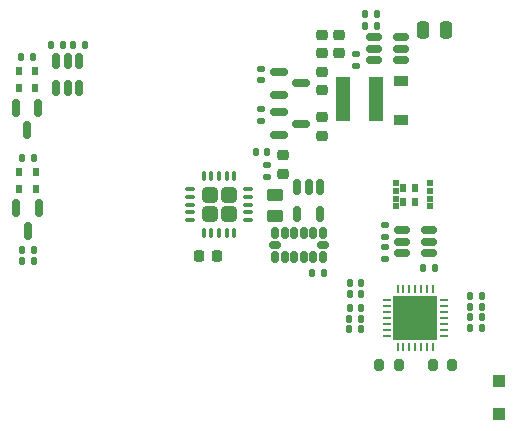
<source format=gbp>
%TF.GenerationSoftware,KiCad,Pcbnew,(6.0.6)*%
%TF.CreationDate,2022-08-27T18:47:02+08:00*%
%TF.ProjectId,Stealthburner_Toolhead_PCB,53746561-6c74-4686-9275-726e65725f54,rev?*%
%TF.SameCoordinates,Original*%
%TF.FileFunction,Paste,Bot*%
%TF.FilePolarity,Positive*%
%FSLAX46Y46*%
G04 Gerber Fmt 4.6, Leading zero omitted, Abs format (unit mm)*
G04 Created by KiCad (PCBNEW (6.0.6)) date 2022-08-27 18:47:02*
%MOMM*%
%LPD*%
G01*
G04 APERTURE LIST*
G04 Aperture macros list*
%AMRoundRect*
0 Rectangle with rounded corners*
0 $1 Rounding radius*
0 $2 $3 $4 $5 $6 $7 $8 $9 X,Y pos of 4 corners*
0 Add a 4 corners polygon primitive as box body*
4,1,4,$2,$3,$4,$5,$6,$7,$8,$9,$2,$3,0*
0 Add four circle primitives for the rounded corners*
1,1,$1+$1,$2,$3*
1,1,$1+$1,$4,$5*
1,1,$1+$1,$6,$7*
1,1,$1+$1,$8,$9*
0 Add four rect primitives between the rounded corners*
20,1,$1+$1,$2,$3,$4,$5,0*
20,1,$1+$1,$4,$5,$6,$7,0*
20,1,$1+$1,$6,$7,$8,$9,0*
20,1,$1+$1,$8,$9,$2,$3,0*%
G04 Aperture macros list end*
%ADD10RoundRect,0.225000X0.250000X-0.225000X0.250000X0.225000X-0.250000X0.225000X-0.250000X-0.225000X0*%
%ADD11RoundRect,0.225000X-0.250000X0.225000X-0.250000X-0.225000X0.250000X-0.225000X0.250000X0.225000X0*%
%ADD12RoundRect,0.150000X-0.512500X-0.150000X0.512500X-0.150000X0.512500X0.150000X-0.512500X0.150000X0*%
%ADD13RoundRect,0.250000X0.405000X0.405000X-0.405000X0.405000X-0.405000X-0.405000X0.405000X-0.405000X0*%
%ADD14RoundRect,0.075000X0.337500X0.075000X-0.337500X0.075000X-0.337500X-0.075000X0.337500X-0.075000X0*%
%ADD15RoundRect,0.075000X0.075000X0.337500X-0.075000X0.337500X-0.075000X-0.337500X0.075000X-0.337500X0*%
%ADD16RoundRect,0.135000X0.135000X0.185000X-0.135000X0.185000X-0.135000X-0.185000X0.135000X-0.185000X0*%
%ADD17RoundRect,0.135000X-0.135000X-0.185000X0.135000X-0.185000X0.135000X0.185000X-0.135000X0.185000X0*%
%ADD18RoundRect,0.140000X0.140000X0.170000X-0.140000X0.170000X-0.140000X-0.170000X0.140000X-0.170000X0*%
%ADD19RoundRect,0.150000X-0.150000X0.587500X-0.150000X-0.587500X0.150000X-0.587500X0.150000X0.587500X0*%
%ADD20RoundRect,0.150000X-0.587500X-0.150000X0.587500X-0.150000X0.587500X0.150000X-0.587500X0.150000X0*%
%ADD21RoundRect,0.140000X0.170000X-0.140000X0.170000X0.140000X-0.170000X0.140000X-0.170000X-0.140000X0*%
%ADD22RoundRect,0.140000X-0.140000X-0.170000X0.140000X-0.170000X0.140000X0.170000X-0.140000X0.170000X0*%
%ADD23R,0.570000X0.738000*%
%ADD24R,0.630000X0.500000*%
%ADD25R,0.630000X0.505000*%
%ADD26R,0.600000X0.700000*%
%ADD27RoundRect,0.250000X-0.450000X0.262500X-0.450000X-0.262500X0.450000X-0.262500X0.450000X0.262500X0*%
%ADD28RoundRect,0.200000X-0.200000X-0.275000X0.200000X-0.275000X0.200000X0.275000X-0.200000X0.275000X0*%
%ADD29RoundRect,0.200000X0.200000X0.275000X-0.200000X0.275000X-0.200000X-0.275000X0.200000X-0.275000X0*%
%ADD30RoundRect,0.150000X-0.150000X0.512500X-0.150000X-0.512500X0.150000X-0.512500X0.150000X0.512500X0*%
%ADD31R,1.200000X0.900000*%
%ADD32R,1.200000X3.700000*%
%ADD33RoundRect,0.140000X-0.170000X0.140000X-0.170000X-0.140000X0.170000X-0.140000X0.170000X0.140000X0*%
%ADD34R,0.762000X0.254000*%
%ADD35R,0.254000X0.762000*%
%ADD36R,3.800000X3.800000*%
%ADD37RoundRect,0.150000X0.150000X-0.325000X0.150000X0.325000X-0.150000X0.325000X-0.150000X-0.325000X0*%
%ADD38RoundRect,0.150000X0.325000X-0.150000X0.325000X0.150000X-0.325000X0.150000X-0.325000X-0.150000X0*%
%ADD39RoundRect,0.218750X-0.256250X0.218750X-0.256250X-0.218750X0.256250X-0.218750X0.256250X0.218750X0*%
%ADD40RoundRect,0.250000X-0.250000X-0.475000X0.250000X-0.475000X0.250000X0.475000X-0.250000X0.475000X0*%
%ADD41RoundRect,0.135000X-0.185000X0.135000X-0.185000X-0.135000X0.185000X-0.135000X0.185000X0.135000X0*%
%ADD42RoundRect,0.225000X0.225000X0.250000X-0.225000X0.250000X-0.225000X-0.250000X0.225000X-0.250000X0*%
%ADD43R,1.100000X1.100000*%
%ADD44RoundRect,0.135000X0.185000X-0.135000X0.185000X0.135000X-0.185000X0.135000X-0.185000X-0.135000X0*%
G04 APERTURE END LIST*
D10*
%TO.C,C12*%
X130403600Y-101829200D03*
X130403600Y-100279200D03*
%TD*%
D11*
%TO.C,C5*%
X130454400Y-107276600D03*
X130454400Y-108826600D03*
%TD*%
D12*
%TO.C,U1*%
X134831700Y-102397600D03*
X134831700Y-101447600D03*
X134831700Y-100497600D03*
X137106700Y-100497600D03*
X137106700Y-101447600D03*
X137106700Y-102397600D03*
%TD*%
D13*
%TO.C,U13*%
X122526800Y-115465600D03*
X120906800Y-115465600D03*
X122526800Y-113845600D03*
X120906800Y-113845600D03*
D14*
X124154300Y-113355600D03*
X124154300Y-114005600D03*
X124154300Y-114655600D03*
X124154300Y-115305600D03*
X124154300Y-115955600D03*
D15*
X123016800Y-117093100D03*
X122366800Y-117093100D03*
X121716800Y-117093100D03*
X121066800Y-117093100D03*
X120416800Y-117093100D03*
D14*
X119279300Y-115955600D03*
X119279300Y-115305600D03*
X119279300Y-114655600D03*
X119279300Y-114005600D03*
X119279300Y-113355600D03*
D15*
X120416800Y-112218100D03*
X121066800Y-112218100D03*
X121716800Y-112218100D03*
X122366800Y-112218100D03*
X123016800Y-112218100D03*
%TD*%
D16*
%TO.C,R25*%
X143969200Y-124206000D03*
X142949200Y-124206000D03*
%TD*%
D17*
%TO.C,R13*%
X107465400Y-101117400D03*
X108485400Y-101117400D03*
%TD*%
D18*
%TO.C,C27*%
X143937200Y-123291600D03*
X142977200Y-123291600D03*
%TD*%
D17*
%TO.C,R28*%
X132738400Y-124307600D03*
X133758400Y-124307600D03*
%TD*%
D10*
%TO.C,C10*%
X131876800Y-101829200D03*
X131876800Y-100279200D03*
%TD*%
%TO.C,C6*%
X130454400Y-104965800D03*
X130454400Y-103415800D03*
%TD*%
D19*
%TO.C,Q1*%
X104561600Y-114988100D03*
X106461600Y-114988100D03*
X105511600Y-116863100D03*
%TD*%
D18*
%TO.C,C34*%
X133728400Y-123393200D03*
X132768400Y-123393200D03*
%TD*%
D20*
%TO.C,U3*%
X126773700Y-105344000D03*
X126773700Y-103444000D03*
X128648700Y-104394000D03*
%TD*%
D21*
%TO.C,C31*%
X125730000Y-112290800D03*
X125730000Y-111330800D03*
%TD*%
D22*
%TO.C,C35*%
X129618800Y-120446800D03*
X130578800Y-120446800D03*
%TD*%
D19*
%TO.C,Q2*%
X104510800Y-106453700D03*
X106410800Y-106453700D03*
X105460800Y-108328700D03*
%TD*%
D23*
%TO.C,Q3*%
X138262400Y-114452400D03*
D24*
X136732400Y-113512400D03*
X136732400Y-114172400D03*
D23*
X137312400Y-114452400D03*
X137312400Y-113232400D03*
D25*
X136732400Y-112869900D03*
X136732400Y-114814900D03*
D23*
X138262400Y-113232400D03*
D24*
X139612400Y-112872400D03*
X139612400Y-113512400D03*
X139612400Y-114172400D03*
X139612400Y-114812400D03*
%TD*%
D26*
%TO.C,D3*%
X106211600Y-113309400D03*
X104811600Y-113309400D03*
%TD*%
%TO.C,D6*%
X106160800Y-103352600D03*
X104760800Y-103352600D03*
%TD*%
D27*
%TO.C,R31*%
X126441200Y-113844700D03*
X126441200Y-115669700D03*
%TD*%
D28*
%TO.C,R29*%
X139789400Y-128219200D03*
X141439400Y-128219200D03*
%TD*%
D18*
%TO.C,C33*%
X133728400Y-122224800D03*
X132768400Y-122224800D03*
%TD*%
D29*
%TO.C,R30*%
X136918200Y-128270000D03*
X135268200Y-128270000D03*
%TD*%
D16*
%TO.C,R20*%
X105970800Y-102184200D03*
X104950800Y-102184200D03*
%TD*%
D17*
%TO.C,R2*%
X134059200Y-99517200D03*
X135079200Y-99517200D03*
%TD*%
D22*
%TO.C,C28*%
X132768400Y-121310400D03*
X133728400Y-121310400D03*
%TD*%
D30*
%TO.C,U11*%
X128336000Y-113213300D03*
X129286000Y-113213300D03*
X130236000Y-113213300D03*
X130236000Y-115488300D03*
X128336000Y-115488300D03*
%TD*%
D31*
%TO.C,D1*%
X137086800Y-104166400D03*
X137086800Y-107466400D03*
%TD*%
D32*
%TO.C,L1*%
X134981600Y-105714800D03*
X132181600Y-105714800D03*
%TD*%
D22*
%TO.C,C25*%
X139016800Y-119989600D03*
X139976800Y-119989600D03*
%TD*%
D33*
%TO.C,C9*%
X125272800Y-103152000D03*
X125272800Y-104112000D03*
%TD*%
D16*
%TO.C,R27*%
X143967200Y-122377200D03*
X142947200Y-122377200D03*
%TD*%
D33*
%TO.C,C8*%
X125222000Y-106606400D03*
X125222000Y-107566400D03*
%TD*%
D16*
%TO.C,R16*%
X106021600Y-110744000D03*
X105001600Y-110744000D03*
%TD*%
D34*
%TO.C,U12*%
X135902700Y-125756800D03*
X135902700Y-125256801D03*
X135902700Y-124756799D03*
X135902700Y-124256800D03*
X135902700Y-123756801D03*
X135902700Y-123256799D03*
X135902700Y-122756800D03*
D35*
X136828400Y-121831100D03*
X137328399Y-121831100D03*
X137828401Y-121831100D03*
X138328400Y-121831100D03*
X138828399Y-121831100D03*
X139328401Y-121831100D03*
X139828400Y-121831100D03*
D34*
X140754100Y-122756800D03*
X140754100Y-123256799D03*
X140754100Y-123756801D03*
X140754100Y-124256800D03*
X140754100Y-124756799D03*
X140754100Y-125256801D03*
X140754100Y-125756800D03*
D35*
X139828400Y-126682500D03*
X139328401Y-126682500D03*
X138828399Y-126682500D03*
X138328400Y-126682500D03*
X137828401Y-126682500D03*
X137328399Y-126682500D03*
X136828400Y-126682500D03*
D36*
X138328400Y-124256800D03*
%TD*%
D16*
%TO.C,R22*%
X106021600Y-119430800D03*
X105001600Y-119430800D03*
%TD*%
D37*
%TO.C,U14*%
X130473200Y-119110000D03*
X129673200Y-119110000D03*
X128873200Y-119110000D03*
X128073200Y-119110000D03*
X127273200Y-119110000D03*
X126473200Y-119110000D03*
D38*
X126473200Y-118110000D03*
D37*
X126473200Y-117110000D03*
X127273200Y-117110000D03*
X128073200Y-117110000D03*
X128873200Y-117110000D03*
X129673200Y-117110000D03*
X130473200Y-117110000D03*
D38*
X130473200Y-118110000D03*
%TD*%
D16*
%TO.C,R3*%
X135079200Y-98552000D03*
X134059200Y-98552000D03*
%TD*%
D26*
%TO.C,D5*%
X106160800Y-104749600D03*
X104760800Y-104749600D03*
%TD*%
D39*
%TO.C,FB1*%
X127101600Y-110464500D03*
X127101600Y-112039500D03*
%TD*%
D40*
%TO.C,C1*%
X139004000Y-99872800D03*
X140904000Y-99872800D03*
%TD*%
D16*
%TO.C,R23*%
X106021600Y-118465600D03*
X105001600Y-118465600D03*
%TD*%
D18*
%TO.C,C30*%
X125803600Y-110236000D03*
X124843600Y-110236000D03*
%TD*%
D41*
%TO.C,R19*%
X135737600Y-116380800D03*
X135737600Y-117400800D03*
%TD*%
D16*
%TO.C,R26*%
X143969200Y-125120400D03*
X142949200Y-125120400D03*
%TD*%
D20*
%TO.C,U2*%
X126773700Y-108747600D03*
X126773700Y-106847600D03*
X128648700Y-107797600D03*
%TD*%
D16*
%TO.C,R18*%
X110339600Y-101117400D03*
X109319600Y-101117400D03*
%TD*%
D30*
%TO.C,U6*%
X107939800Y-102545300D03*
X108889800Y-102545300D03*
X109839800Y-102545300D03*
X109839800Y-104820300D03*
X108889800Y-104820300D03*
X107939800Y-104820300D03*
%TD*%
D42*
%TO.C,C36*%
X121577400Y-119024400D03*
X120027400Y-119024400D03*
%TD*%
D43*
%TO.C,D7*%
X145440400Y-129613200D03*
X145440400Y-132413200D03*
%TD*%
D17*
%TO.C,R24*%
X132738400Y-125222000D03*
X133758400Y-125222000D03*
%TD*%
D44*
%TO.C,R17*%
X135737600Y-119280400D03*
X135737600Y-118260400D03*
%TD*%
D12*
%TO.C,U8*%
X137190900Y-118755200D03*
X137190900Y-117805200D03*
X137190900Y-116855200D03*
X139465900Y-116855200D03*
X139465900Y-117805200D03*
X139465900Y-118755200D03*
%TD*%
D21*
%TO.C,C7*%
X133299200Y-102892800D03*
X133299200Y-101932800D03*
%TD*%
D26*
%TO.C,D4*%
X106211600Y-111912400D03*
X104811600Y-111912400D03*
%TD*%
M02*

</source>
